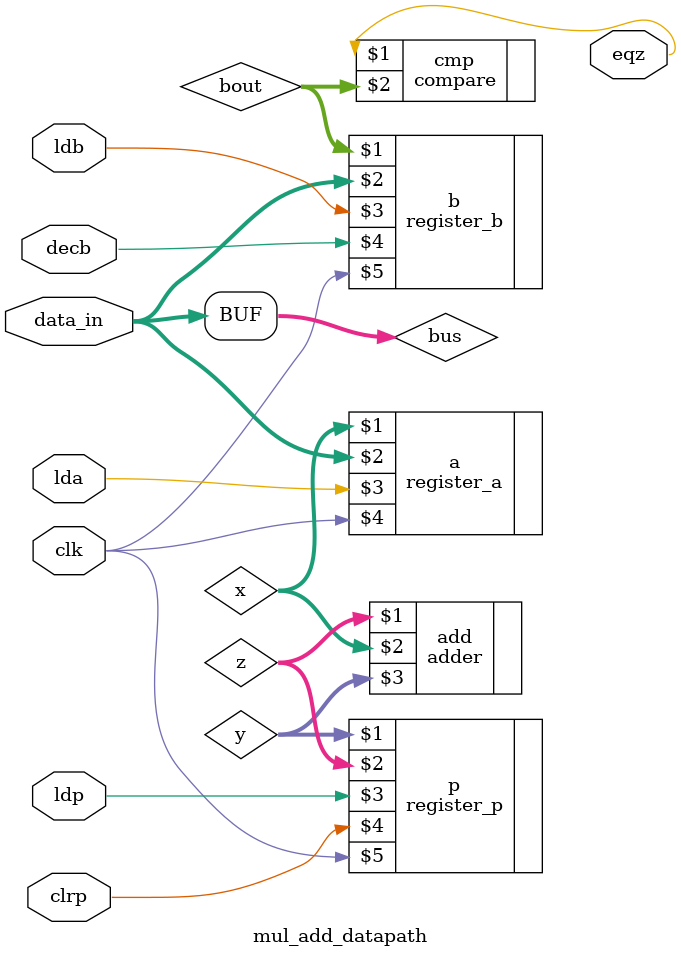
<source format=v>
`timescale 1ns/1ns
module mul_add_datapath(eqz,lda,ldb,ldp,decb,clrp,data_in,clk);
input ldp,ldb,lda,clrp,decb,clk;
input [15:0] data_in;
output eqz;
wire [15:0] bus,bout,x,y,z;
 
assign bus=data_in;
register_a a(x,bus,lda,clk);
register_p p(y,z,ldp,clrp,clk);
register_b b(bout,bus,ldb,decb,clk);
adder add(z,x,y);
compare cmp(eqz,bout);

endmodule

</source>
